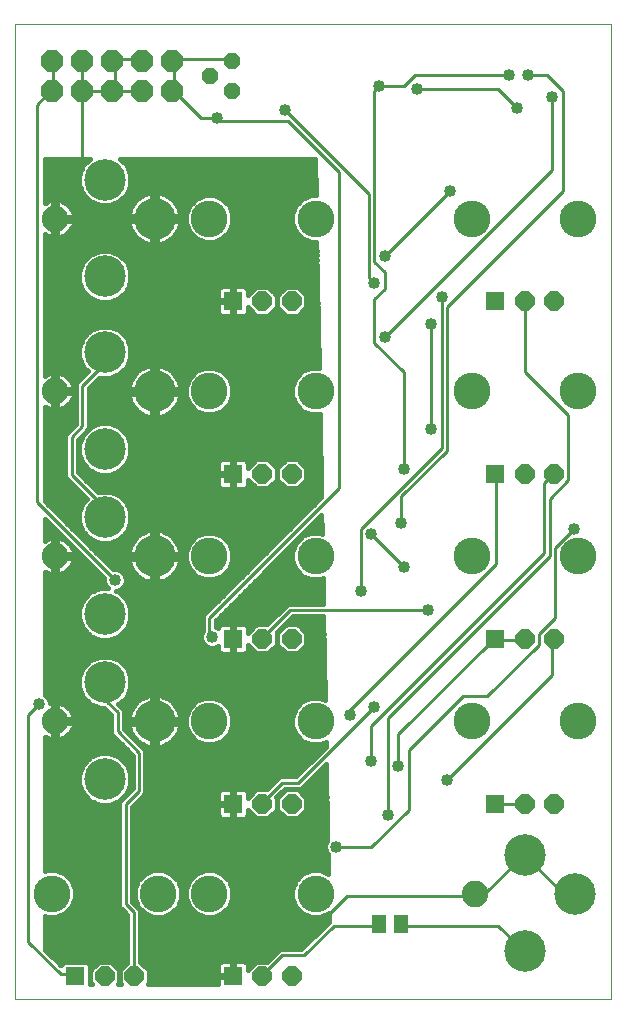
<source format=gtl>
G75*
%MOIN*%
%OFA0B0*%
%FSLAX25Y25*%
%IPPOS*%
%LPD*%
%AMOC8*
5,1,8,0,0,1.08239X$1,22.5*
%
%ADD10C,0.00000*%
%ADD11OC8,0.05200*%
%ADD12C,0.13843*%
%ADD13C,0.08858*%
%ADD14OC8,0.07400*%
%ADD15R,0.06496X0.06496*%
%ADD16OC8,0.06496*%
%ADD17C,0.12268*%
%ADD18R,0.05118X0.05906*%
%ADD19C,0.01600*%
%ADD20C,0.01000*%
%ADD21C,0.04000*%
D10*
X0003000Y0001000D02*
X0003000Y0325961D01*
X0201701Y0325961D01*
X0201701Y0001000D01*
X0003000Y0001000D01*
D11*
X0075500Y0303500D03*
X0075500Y0313500D03*
X0068000Y0308500D03*
D12*
X0049535Y0261000D03*
X0033000Y0273992D03*
X0033000Y0241709D03*
X0033000Y0216492D03*
X0049535Y0203500D03*
X0033000Y0184209D03*
X0033000Y0161492D03*
X0049535Y0148500D03*
X0033000Y0129209D03*
X0033000Y0106492D03*
X0049535Y0093500D03*
X0033000Y0074209D03*
X0173000Y0048992D03*
X0189535Y0036000D03*
X0173000Y0016709D03*
D13*
X0156465Y0036000D03*
X0016465Y0093500D03*
X0016465Y0148500D03*
X0016465Y0203500D03*
X0016465Y0261000D03*
D14*
X0015500Y0303500D03*
X0015500Y0313500D03*
X0025500Y0313500D03*
X0025500Y0303500D03*
X0035500Y0303500D03*
X0035500Y0313500D03*
X0045500Y0313500D03*
X0045500Y0303500D03*
X0055500Y0303500D03*
X0055500Y0313500D03*
D15*
X0075657Y0233441D03*
X0075657Y0175941D03*
X0075657Y0120941D03*
X0075657Y0065941D03*
X0075657Y0008441D03*
X0023157Y0008441D03*
X0163157Y0065941D03*
X0163157Y0120941D03*
X0163157Y0175941D03*
X0163157Y0233441D03*
D16*
X0173000Y0233441D03*
X0182843Y0233441D03*
X0182843Y0175941D03*
X0173000Y0175941D03*
X0173000Y0120941D03*
X0182843Y0120941D03*
X0182843Y0065941D03*
X0173000Y0065941D03*
X0095343Y0065941D03*
X0085500Y0065941D03*
X0085500Y0120941D03*
X0095343Y0120941D03*
X0095343Y0175941D03*
X0085500Y0175941D03*
X0085500Y0233441D03*
X0095343Y0233441D03*
X0095343Y0008441D03*
X0085500Y0008441D03*
X0042843Y0008441D03*
X0033000Y0008441D03*
D17*
X0015283Y0036000D03*
X0050717Y0036000D03*
X0067783Y0036000D03*
X0103217Y0036000D03*
X0103217Y0093500D03*
X0103217Y0148500D03*
X0103217Y0203500D03*
X0103217Y0261000D03*
X0067783Y0261000D03*
X0067783Y0203500D03*
X0067783Y0148500D03*
X0067783Y0093500D03*
X0155283Y0093500D03*
X0155283Y0148500D03*
X0155283Y0203500D03*
X0155283Y0261000D03*
X0190717Y0261000D03*
X0190717Y0203500D03*
X0190717Y0148500D03*
X0190717Y0093500D03*
D18*
X0131740Y0026000D03*
X0124260Y0026000D03*
D19*
X0107624Y0026694D02*
X0098430Y0017500D01*
X0091230Y0017500D01*
X0087019Y0013289D01*
X0083492Y0013289D01*
X0080705Y0010503D01*
X0080705Y0011926D01*
X0080583Y0012384D01*
X0080346Y0012794D01*
X0080011Y0013129D01*
X0079600Y0013366D01*
X0079142Y0013489D01*
X0075940Y0013489D01*
X0075940Y0008724D01*
X0075375Y0008724D01*
X0075375Y0013489D01*
X0072172Y0013489D01*
X0071715Y0013366D01*
X0071304Y0013129D01*
X0070969Y0012794D01*
X0070732Y0012384D01*
X0070609Y0011926D01*
X0070609Y0008724D01*
X0075375Y0008724D01*
X0075375Y0008158D01*
X0070609Y0008158D01*
X0070609Y0006000D01*
X0047258Y0006000D01*
X0047691Y0006433D01*
X0047691Y0010449D01*
X0044851Y0013289D01*
X0044700Y0013289D01*
X0044700Y0030670D01*
X0042000Y0033370D01*
X0042000Y0064930D01*
X0045270Y0068200D01*
X0046500Y0069430D01*
X0046500Y0083770D01*
X0039300Y0090970D01*
X0039300Y0097270D01*
X0037456Y0099114D01*
X0037827Y0099268D01*
X0040224Y0101665D01*
X0041521Y0104797D01*
X0041521Y0108187D01*
X0040224Y0111319D01*
X0037827Y0113716D01*
X0034695Y0115013D01*
X0031305Y0115013D01*
X0028173Y0113716D01*
X0025776Y0111319D01*
X0024479Y0108187D01*
X0024479Y0104797D01*
X0025776Y0101665D01*
X0028173Y0099268D01*
X0031305Y0097971D01*
X0032659Y0097971D01*
X0032730Y0097900D01*
X0035100Y0095530D01*
X0035100Y0089230D01*
X0036330Y0088000D01*
X0042300Y0082030D01*
X0042300Y0071170D01*
X0037800Y0066670D01*
X0037800Y0031630D01*
X0039030Y0030400D01*
X0040500Y0028930D01*
X0040500Y0012955D01*
X0037994Y0010449D01*
X0037994Y0006433D01*
X0038427Y0006000D01*
X0037415Y0006000D01*
X0037848Y0006433D01*
X0037848Y0010449D01*
X0035008Y0013289D01*
X0030992Y0013289D01*
X0028152Y0010449D01*
X0028152Y0006433D01*
X0028585Y0006000D01*
X0028005Y0006000D01*
X0028005Y0012352D01*
X0027068Y0013289D01*
X0019247Y0013289D01*
X0018309Y0012352D01*
X0018309Y0012060D01*
X0013000Y0017370D01*
X0013000Y0028575D01*
X0013745Y0028266D01*
X0016822Y0028266D01*
X0019664Y0029444D01*
X0021840Y0031619D01*
X0023017Y0034462D01*
X0023017Y0037538D01*
X0021840Y0040381D01*
X0019664Y0042556D01*
X0016822Y0043734D01*
X0013745Y0043734D01*
X0013000Y0043425D01*
X0013000Y0088318D01*
X0013200Y0088172D01*
X0014073Y0087727D01*
X0015006Y0087424D01*
X0015788Y0087300D01*
X0015788Y0092824D01*
X0017141Y0092824D01*
X0017141Y0094176D01*
X0022664Y0094176D01*
X0022540Y0094959D01*
X0022237Y0095891D01*
X0021792Y0096765D01*
X0021216Y0097558D01*
X0020523Y0098251D01*
X0019729Y0098828D01*
X0018856Y0099273D01*
X0017923Y0099576D01*
X0017141Y0099700D01*
X0017141Y0094176D01*
X0015788Y0094176D01*
X0015788Y0099700D01*
X0015006Y0099576D01*
X0014700Y0099476D01*
X0014700Y0099816D01*
X0014152Y0101139D01*
X0013139Y0102152D01*
X0013000Y0102210D01*
X0013000Y0143318D01*
X0013200Y0143172D01*
X0014073Y0142727D01*
X0015006Y0142424D01*
X0015788Y0142300D01*
X0015788Y0147824D01*
X0017141Y0147824D01*
X0017141Y0149176D01*
X0022664Y0149176D01*
X0022540Y0149959D01*
X0022237Y0150891D01*
X0021792Y0151765D01*
X0021216Y0152558D01*
X0020523Y0153251D01*
X0019729Y0153828D01*
X0018856Y0154273D01*
X0017923Y0154576D01*
X0017141Y0154700D01*
X0017141Y0149176D01*
X0015788Y0149176D01*
X0015788Y0154700D01*
X0015006Y0154576D01*
X0014073Y0154273D01*
X0013200Y0153828D01*
X0013000Y0153682D01*
X0013000Y0160830D01*
X0032700Y0141130D01*
X0032700Y0139784D01*
X0033248Y0138461D01*
X0033979Y0137730D01*
X0031305Y0137730D01*
X0028173Y0136433D01*
X0025776Y0134036D01*
X0024479Y0130904D01*
X0024479Y0127514D01*
X0025776Y0124382D01*
X0028173Y0121985D01*
X0031305Y0120687D01*
X0034695Y0120687D01*
X0037827Y0121985D01*
X0040224Y0124382D01*
X0041521Y0127514D01*
X0041521Y0130904D01*
X0040224Y0134036D01*
X0037827Y0136433D01*
X0036699Y0136900D01*
X0037016Y0136900D01*
X0038339Y0137448D01*
X0039352Y0138461D01*
X0039900Y0139784D01*
X0039900Y0141216D01*
X0039352Y0142539D01*
X0038339Y0143552D01*
X0037016Y0144100D01*
X0035670Y0144100D01*
X0013000Y0166770D01*
X0013000Y0198318D01*
X0013200Y0198172D01*
X0014073Y0197727D01*
X0015006Y0197424D01*
X0015788Y0197300D01*
X0015788Y0202824D01*
X0017141Y0202824D01*
X0017141Y0204176D01*
X0022664Y0204176D01*
X0022540Y0204959D01*
X0022237Y0205891D01*
X0021792Y0206765D01*
X0021216Y0207558D01*
X0020523Y0208251D01*
X0019729Y0208828D01*
X0018856Y0209273D01*
X0017923Y0209576D01*
X0017141Y0209700D01*
X0017141Y0204176D01*
X0015788Y0204176D01*
X0015788Y0209700D01*
X0015006Y0209576D01*
X0014073Y0209273D01*
X0013200Y0208828D01*
X0013000Y0208682D01*
X0013000Y0255818D01*
X0013200Y0255672D01*
X0014073Y0255227D01*
X0015006Y0254924D01*
X0015788Y0254800D01*
X0015788Y0260324D01*
X0017141Y0260324D01*
X0017141Y0261676D01*
X0022664Y0261676D01*
X0022540Y0262459D01*
X0022237Y0263391D01*
X0021792Y0264265D01*
X0021216Y0265058D01*
X0020523Y0265751D01*
X0019729Y0266328D01*
X0018856Y0266773D01*
X0017923Y0267076D01*
X0017141Y0267200D01*
X0017141Y0261676D01*
X0015788Y0261676D01*
X0015788Y0267200D01*
X0015006Y0267076D01*
X0014073Y0266773D01*
X0013200Y0266328D01*
X0013000Y0266182D01*
X0013000Y0281000D01*
X0027957Y0281000D01*
X0025776Y0278819D01*
X0024479Y0275687D01*
X0024479Y0272297D01*
X0025776Y0269165D01*
X0028173Y0266768D01*
X0031305Y0265471D01*
X0034695Y0265471D01*
X0037827Y0266768D01*
X0040224Y0269165D01*
X0041521Y0272297D01*
X0041521Y0275687D01*
X0040224Y0278819D01*
X0038043Y0281000D01*
X0103000Y0281000D01*
X0103223Y0268734D01*
X0101678Y0268734D01*
X0098836Y0267556D01*
X0096660Y0265381D01*
X0095483Y0262538D01*
X0095483Y0259462D01*
X0096660Y0256619D01*
X0098836Y0254444D01*
X0101678Y0253266D01*
X0103504Y0253266D01*
X0104268Y0211234D01*
X0101678Y0211234D01*
X0098836Y0210056D01*
X0096660Y0207881D01*
X0095483Y0205038D01*
X0095483Y0201962D01*
X0096660Y0199119D01*
X0098836Y0196944D01*
X0101678Y0195766D01*
X0104550Y0195766D01*
X0105052Y0168122D01*
X0065700Y0128770D01*
X0065700Y0123691D01*
X0065648Y0123639D01*
X0065100Y0122316D01*
X0065100Y0120884D01*
X0065648Y0119561D01*
X0066661Y0118548D01*
X0067984Y0118000D01*
X0069416Y0118000D01*
X0070609Y0118494D01*
X0070609Y0117456D01*
X0070732Y0116998D01*
X0070969Y0116588D01*
X0071304Y0116253D01*
X0071715Y0116016D01*
X0072172Y0115893D01*
X0075375Y0115893D01*
X0075375Y0120658D01*
X0075940Y0120658D01*
X0075940Y0115893D01*
X0079142Y0115893D01*
X0079600Y0116016D01*
X0080011Y0116253D01*
X0080346Y0116588D01*
X0080583Y0116998D01*
X0080705Y0117456D01*
X0080705Y0118879D01*
X0083492Y0116093D01*
X0087508Y0116093D01*
X0090348Y0118933D01*
X0090348Y0122949D01*
X0090233Y0123064D01*
X0095670Y0128500D01*
X0105773Y0128500D01*
X0106280Y0100602D01*
X0104755Y0101234D01*
X0101678Y0101234D01*
X0098836Y0100056D01*
X0096660Y0097881D01*
X0095483Y0095038D01*
X0095483Y0091962D01*
X0096660Y0089119D01*
X0098836Y0086944D01*
X0101678Y0085766D01*
X0104755Y0085766D01*
X0106536Y0086504D01*
X0106563Y0085033D01*
X0096630Y0075100D01*
X0091230Y0075100D01*
X0086919Y0070789D01*
X0083492Y0070789D01*
X0080705Y0068003D01*
X0080705Y0069426D01*
X0080583Y0069884D01*
X0080346Y0070294D01*
X0080011Y0070629D01*
X0079600Y0070866D01*
X0079142Y0070989D01*
X0075940Y0070989D01*
X0075940Y0066224D01*
X0075375Y0066224D01*
X0075375Y0070989D01*
X0072172Y0070989D01*
X0071715Y0070866D01*
X0071304Y0070629D01*
X0070969Y0070294D01*
X0070732Y0069884D01*
X0070609Y0069426D01*
X0070609Y0066224D01*
X0075375Y0066224D01*
X0075375Y0065658D01*
X0075940Y0065658D01*
X0075940Y0060893D01*
X0079142Y0060893D01*
X0079600Y0061016D01*
X0080011Y0061253D01*
X0080346Y0061588D01*
X0080583Y0061998D01*
X0080705Y0062456D01*
X0080705Y0063879D01*
X0083492Y0061093D01*
X0087508Y0061093D01*
X0090348Y0063933D01*
X0090348Y0067949D01*
X0090183Y0068114D01*
X0092970Y0070900D01*
X0098370Y0070900D01*
X0099600Y0072130D01*
X0106669Y0079199D01*
X0107136Y0053527D01*
X0107048Y0053439D01*
X0106500Y0052116D01*
X0106500Y0050684D01*
X0107048Y0049361D01*
X0107215Y0049194D01*
X0107333Y0042666D01*
X0104755Y0043734D01*
X0101678Y0043734D01*
X0098836Y0042556D01*
X0096660Y0040381D01*
X0095483Y0037538D01*
X0095483Y0034462D01*
X0096660Y0031619D01*
X0098836Y0029444D01*
X0101678Y0028266D01*
X0104755Y0028266D01*
X0107574Y0029434D01*
X0107624Y0026694D01*
X0107506Y0026576D02*
X0044700Y0026576D01*
X0044700Y0024978D02*
X0105908Y0024978D01*
X0104309Y0023379D02*
X0044700Y0023379D01*
X0044700Y0021781D02*
X0102711Y0021781D01*
X0101112Y0020182D02*
X0044700Y0020182D01*
X0044700Y0018584D02*
X0099514Y0018584D01*
X0098506Y0029773D02*
X0072494Y0029773D01*
X0072164Y0029444D02*
X0074340Y0031619D01*
X0075517Y0034462D01*
X0075517Y0037538D01*
X0074340Y0040381D01*
X0072164Y0042556D01*
X0069322Y0043734D01*
X0066245Y0043734D01*
X0063403Y0042556D01*
X0061227Y0040381D01*
X0060050Y0037538D01*
X0060050Y0034462D01*
X0061227Y0031619D01*
X0063403Y0029444D01*
X0066245Y0028266D01*
X0069322Y0028266D01*
X0072164Y0029444D01*
X0074092Y0031372D02*
X0096907Y0031372D01*
X0096100Y0032970D02*
X0074900Y0032970D01*
X0075517Y0034569D02*
X0095483Y0034569D01*
X0095483Y0036167D02*
X0075517Y0036167D01*
X0075423Y0037766D02*
X0095577Y0037766D01*
X0096239Y0039364D02*
X0074761Y0039364D01*
X0073758Y0040963D02*
X0097242Y0040963D01*
X0098847Y0042561D02*
X0072153Y0042561D01*
X0063414Y0042561D02*
X0055086Y0042561D01*
X0055097Y0042556D02*
X0052255Y0043734D01*
X0049178Y0043734D01*
X0046336Y0042556D01*
X0044160Y0040381D01*
X0042983Y0037538D01*
X0042983Y0034462D01*
X0044160Y0031619D01*
X0046336Y0029444D01*
X0049178Y0028266D01*
X0052255Y0028266D01*
X0055097Y0029444D01*
X0057273Y0031619D01*
X0058450Y0034462D01*
X0058450Y0037538D01*
X0057273Y0040381D01*
X0055097Y0042556D01*
X0056691Y0040963D02*
X0061809Y0040963D01*
X0060806Y0039364D02*
X0057694Y0039364D01*
X0058356Y0037766D02*
X0060144Y0037766D01*
X0060050Y0036167D02*
X0058450Y0036167D01*
X0058450Y0034569D02*
X0060050Y0034569D01*
X0060667Y0032970D02*
X0057833Y0032970D01*
X0057026Y0031372D02*
X0061474Y0031372D01*
X0063073Y0029773D02*
X0055427Y0029773D01*
X0046006Y0029773D02*
X0044700Y0029773D01*
X0044700Y0028175D02*
X0107597Y0028175D01*
X0107306Y0044160D02*
X0042000Y0044160D01*
X0042000Y0045758D02*
X0107277Y0045758D01*
X0107248Y0047357D02*
X0042000Y0047357D01*
X0042000Y0048955D02*
X0107219Y0048955D01*
X0106554Y0050554D02*
X0042000Y0050554D01*
X0042000Y0052152D02*
X0106515Y0052152D01*
X0107132Y0053751D02*
X0042000Y0053751D01*
X0042000Y0055349D02*
X0107103Y0055349D01*
X0107074Y0056948D02*
X0042000Y0056948D01*
X0042000Y0058546D02*
X0107045Y0058546D01*
X0107016Y0060145D02*
X0042000Y0060145D01*
X0042000Y0061743D02*
X0070879Y0061743D01*
X0070969Y0061588D02*
X0070732Y0061998D01*
X0070609Y0062456D01*
X0070609Y0065658D01*
X0075375Y0065658D01*
X0075375Y0060893D01*
X0072172Y0060893D01*
X0071715Y0061016D01*
X0071304Y0061253D01*
X0070969Y0061588D01*
X0070609Y0063342D02*
X0042000Y0063342D01*
X0042010Y0064940D02*
X0070609Y0064940D01*
X0070609Y0066539D02*
X0043609Y0066539D01*
X0045207Y0068137D02*
X0070609Y0068137D01*
X0070693Y0069736D02*
X0046500Y0069736D01*
X0046500Y0071334D02*
X0087465Y0071334D01*
X0089063Y0072933D02*
X0046500Y0072933D01*
X0046500Y0074532D02*
X0090662Y0074532D01*
X0091806Y0069736D02*
X0092281Y0069736D01*
X0093334Y0070789D02*
X0090494Y0067949D01*
X0090494Y0063933D01*
X0093334Y0061093D01*
X0097351Y0061093D01*
X0100191Y0063933D01*
X0100191Y0067949D01*
X0097351Y0070789D01*
X0093334Y0070789D01*
X0090683Y0068137D02*
X0090207Y0068137D01*
X0090348Y0066539D02*
X0090494Y0066539D01*
X0090494Y0064940D02*
X0090348Y0064940D01*
X0089757Y0063342D02*
X0091085Y0063342D01*
X0092684Y0061743D02*
X0088159Y0061743D01*
X0082841Y0061743D02*
X0080436Y0061743D01*
X0080705Y0063342D02*
X0081243Y0063342D01*
X0080840Y0068137D02*
X0080705Y0068137D01*
X0080622Y0069736D02*
X0082439Y0069736D01*
X0075940Y0069736D02*
X0075375Y0069736D01*
X0075375Y0068137D02*
X0075940Y0068137D01*
X0075940Y0066539D02*
X0075375Y0066539D01*
X0075375Y0064940D02*
X0075940Y0064940D01*
X0075940Y0063342D02*
X0075375Y0063342D01*
X0075375Y0061743D02*
X0075940Y0061743D01*
X0069322Y0085766D02*
X0066245Y0085766D01*
X0063403Y0086944D01*
X0061227Y0089119D01*
X0060050Y0091962D01*
X0060050Y0095038D01*
X0061227Y0097881D01*
X0063403Y0100056D01*
X0066245Y0101234D01*
X0069322Y0101234D01*
X0072164Y0100056D01*
X0074340Y0097881D01*
X0075517Y0095038D01*
X0075517Y0091962D01*
X0074340Y0089119D01*
X0072164Y0086944D01*
X0069322Y0085766D01*
X0072540Y0087320D02*
X0098460Y0087320D01*
X0096861Y0088918D02*
X0074139Y0088918D01*
X0074919Y0090517D02*
X0096081Y0090517D01*
X0095483Y0092115D02*
X0075517Y0092115D01*
X0075517Y0093714D02*
X0095483Y0093714D01*
X0095596Y0095312D02*
X0075404Y0095312D01*
X0074742Y0096911D02*
X0096258Y0096911D01*
X0097288Y0098509D02*
X0073712Y0098509D01*
X0072041Y0100108D02*
X0098959Y0100108D01*
X0106260Y0101706D02*
X0052514Y0101706D01*
X0052345Y0101776D02*
X0051241Y0102072D01*
X0050335Y0102191D01*
X0050335Y0094300D01*
X0048735Y0094300D01*
X0048735Y0092700D01*
X0040844Y0092700D01*
X0040963Y0091795D01*
X0041259Y0090691D01*
X0041697Y0089634D01*
X0042268Y0088644D01*
X0042964Y0087737D01*
X0043773Y0086929D01*
X0044680Y0086233D01*
X0045670Y0085661D01*
X0046726Y0085224D01*
X0047830Y0084928D01*
X0048735Y0084809D01*
X0048735Y0092700D01*
X0050335Y0092700D01*
X0050335Y0084809D01*
X0051241Y0084928D01*
X0052345Y0085224D01*
X0053401Y0085661D01*
X0054391Y0086233D01*
X0055298Y0086929D01*
X0056106Y0087737D01*
X0056802Y0088644D01*
X0057374Y0089634D01*
X0057812Y0090691D01*
X0058107Y0091795D01*
X0058227Y0092700D01*
X0050335Y0092700D01*
X0050335Y0094300D01*
X0058227Y0094300D01*
X0058107Y0095205D01*
X0057812Y0096309D01*
X0057374Y0097366D01*
X0056802Y0098356D01*
X0056106Y0099263D01*
X0055298Y0100071D01*
X0054391Y0100767D01*
X0053401Y0101339D01*
X0052345Y0101776D01*
X0050335Y0101706D02*
X0048735Y0101706D01*
X0048735Y0102191D02*
X0047830Y0102072D01*
X0046726Y0101776D01*
X0045670Y0101339D01*
X0044680Y0100767D01*
X0043773Y0100071D01*
X0042964Y0099263D01*
X0042268Y0098356D01*
X0041697Y0097366D01*
X0041259Y0096309D01*
X0040963Y0095205D01*
X0040844Y0094300D01*
X0048735Y0094300D01*
X0048735Y0102191D01*
X0048735Y0100108D02*
X0050335Y0100108D01*
X0050335Y0098509D02*
X0048735Y0098509D01*
X0048735Y0096911D02*
X0050335Y0096911D01*
X0050335Y0095312D02*
X0048735Y0095312D01*
X0048735Y0093714D02*
X0039300Y0093714D01*
X0039300Y0095312D02*
X0040992Y0095312D01*
X0041508Y0096911D02*
X0039300Y0096911D01*
X0038061Y0098509D02*
X0042386Y0098509D01*
X0043821Y0100108D02*
X0038666Y0100108D01*
X0040241Y0101706D02*
X0046557Y0101706D01*
X0040903Y0103305D02*
X0106231Y0103305D01*
X0106202Y0104903D02*
X0041521Y0104903D01*
X0041521Y0106502D02*
X0106173Y0106502D01*
X0106144Y0108100D02*
X0041521Y0108100D01*
X0040895Y0109699D02*
X0106115Y0109699D01*
X0106085Y0111297D02*
X0040233Y0111297D01*
X0038647Y0112896D02*
X0106056Y0112896D01*
X0106027Y0114494D02*
X0035948Y0114494D01*
X0035180Y0120888D02*
X0065100Y0120888D01*
X0065171Y0122487D02*
X0038329Y0122487D01*
X0039928Y0124085D02*
X0065700Y0124085D01*
X0065700Y0125684D02*
X0040763Y0125684D01*
X0041425Y0127282D02*
X0065700Y0127282D01*
X0065811Y0128881D02*
X0041521Y0128881D01*
X0041521Y0130479D02*
X0067410Y0130479D01*
X0069008Y0132078D02*
X0041035Y0132078D01*
X0040373Y0133676D02*
X0070607Y0133676D01*
X0072205Y0135275D02*
X0038985Y0135275D01*
X0036763Y0136873D02*
X0073804Y0136873D01*
X0075402Y0138472D02*
X0039357Y0138472D01*
X0039900Y0140070D02*
X0047298Y0140070D01*
X0047830Y0139928D02*
X0046726Y0140224D01*
X0045670Y0140661D01*
X0044680Y0141233D01*
X0043773Y0141929D01*
X0042964Y0142737D01*
X0042268Y0143644D01*
X0041697Y0144634D01*
X0041259Y0145691D01*
X0040963Y0146795D01*
X0040844Y0147700D01*
X0048735Y0147700D01*
X0048735Y0149300D01*
X0040844Y0149300D01*
X0040963Y0150205D01*
X0041259Y0151309D01*
X0041697Y0152366D01*
X0042268Y0153356D01*
X0042964Y0154263D01*
X0043773Y0155071D01*
X0044680Y0155767D01*
X0045670Y0156339D01*
X0046726Y0156776D01*
X0047830Y0157072D01*
X0048735Y0157191D01*
X0048735Y0149300D01*
X0050335Y0149300D01*
X0050335Y0157191D01*
X0051241Y0157072D01*
X0052345Y0156776D01*
X0053401Y0156339D01*
X0054391Y0155767D01*
X0055298Y0155071D01*
X0056106Y0154263D01*
X0056802Y0153356D01*
X0057374Y0152366D01*
X0057812Y0151309D01*
X0058107Y0150205D01*
X0058227Y0149300D01*
X0050335Y0149300D01*
X0050335Y0147700D01*
X0050335Y0139809D01*
X0051241Y0139928D01*
X0052345Y0140224D01*
X0053401Y0140661D01*
X0054391Y0141233D01*
X0055298Y0141929D01*
X0056106Y0142737D01*
X0056802Y0143644D01*
X0057374Y0144634D01*
X0057812Y0145691D01*
X0058107Y0146795D01*
X0058227Y0147700D01*
X0050335Y0147700D01*
X0048735Y0147700D01*
X0048735Y0139809D01*
X0047830Y0139928D01*
X0048735Y0140070D02*
X0050335Y0140070D01*
X0051772Y0140070D02*
X0077001Y0140070D01*
X0078599Y0141669D02*
X0071501Y0141669D01*
X0072164Y0141944D02*
X0074340Y0144119D01*
X0075517Y0146962D01*
X0075517Y0150038D01*
X0074340Y0152881D01*
X0072164Y0155056D01*
X0069322Y0156234D01*
X0066245Y0156234D01*
X0063403Y0155056D01*
X0061227Y0152881D01*
X0060050Y0150038D01*
X0060050Y0146962D01*
X0061227Y0144119D01*
X0063403Y0141944D01*
X0066245Y0140766D01*
X0069322Y0140766D01*
X0072164Y0141944D01*
X0073488Y0143268D02*
X0080198Y0143268D01*
X0081796Y0144866D02*
X0074649Y0144866D01*
X0075311Y0146465D02*
X0083395Y0146465D01*
X0084993Y0148063D02*
X0075517Y0148063D01*
X0075517Y0149662D02*
X0086592Y0149662D01*
X0088190Y0151260D02*
X0075011Y0151260D01*
X0074349Y0152859D02*
X0089789Y0152859D01*
X0091387Y0154457D02*
X0072764Y0154457D01*
X0069752Y0156056D02*
X0092986Y0156056D01*
X0094584Y0157654D02*
X0040634Y0157654D01*
X0040224Y0156665D02*
X0041521Y0159797D01*
X0041521Y0163187D01*
X0040224Y0166319D01*
X0037827Y0168716D01*
X0034695Y0170013D01*
X0031305Y0170013D01*
X0030705Y0169765D01*
X0024000Y0176470D01*
X0024000Y0187330D01*
X0027600Y0190930D01*
X0027600Y0204430D01*
X0031189Y0208019D01*
X0031305Y0207971D01*
X0034695Y0207971D01*
X0037827Y0209268D01*
X0040224Y0211665D01*
X0041521Y0214797D01*
X0041521Y0218187D01*
X0040224Y0221319D01*
X0037827Y0223716D01*
X0034695Y0225013D01*
X0031305Y0225013D01*
X0028173Y0223716D01*
X0025776Y0221319D01*
X0024479Y0218187D01*
X0024479Y0214797D01*
X0025776Y0211665D01*
X0027336Y0210106D01*
X0024630Y0207400D01*
X0023400Y0206170D01*
X0023400Y0192670D01*
X0021030Y0190300D01*
X0019800Y0189070D01*
X0019800Y0174730D01*
X0026994Y0167537D01*
X0025776Y0166319D01*
X0024479Y0163187D01*
X0024479Y0159797D01*
X0025776Y0156665D01*
X0028173Y0154268D01*
X0031305Y0152971D01*
X0034695Y0152971D01*
X0037827Y0154268D01*
X0040224Y0156665D01*
X0039614Y0156056D02*
X0045180Y0156056D01*
X0043159Y0154457D02*
X0038016Y0154457D01*
X0041981Y0152859D02*
X0026911Y0152859D01*
X0027984Y0154457D02*
X0025313Y0154457D01*
X0026386Y0156056D02*
X0023714Y0156056D01*
X0022116Y0157654D02*
X0025366Y0157654D01*
X0024704Y0159253D02*
X0020517Y0159253D01*
X0018919Y0160851D02*
X0024479Y0160851D01*
X0024479Y0162450D02*
X0017320Y0162450D01*
X0015722Y0164048D02*
X0024835Y0164048D01*
X0025498Y0165647D02*
X0014123Y0165647D01*
X0013000Y0167245D02*
X0026702Y0167245D01*
X0025686Y0168844D02*
X0013000Y0168844D01*
X0013000Y0170442D02*
X0024088Y0170442D01*
X0022489Y0172041D02*
X0013000Y0172041D01*
X0013000Y0173639D02*
X0020891Y0173639D01*
X0019800Y0175238D02*
X0013000Y0175238D01*
X0013000Y0176836D02*
X0019800Y0176836D01*
X0019800Y0178435D02*
X0013000Y0178435D01*
X0013000Y0180033D02*
X0019800Y0180033D01*
X0019800Y0181632D02*
X0013000Y0181632D01*
X0013000Y0183230D02*
X0019800Y0183230D01*
X0019800Y0184829D02*
X0013000Y0184829D01*
X0013000Y0186427D02*
X0019800Y0186427D01*
X0019800Y0188026D02*
X0013000Y0188026D01*
X0013000Y0189624D02*
X0020354Y0189624D01*
X0021953Y0191223D02*
X0013000Y0191223D01*
X0013000Y0192821D02*
X0023400Y0192821D01*
X0023400Y0194420D02*
X0013000Y0194420D01*
X0013000Y0196018D02*
X0023400Y0196018D01*
X0023400Y0197617D02*
X0018516Y0197617D01*
X0018856Y0197727D02*
X0019729Y0198172D01*
X0020523Y0198749D01*
X0021216Y0199442D01*
X0021792Y0200235D01*
X0022237Y0201109D01*
X0022540Y0202041D01*
X0022664Y0202824D01*
X0017141Y0202824D01*
X0017141Y0197300D01*
X0017923Y0197424D01*
X0018856Y0197727D01*
X0017141Y0197617D02*
X0015788Y0197617D01*
X0014413Y0197617D02*
X0013000Y0197617D01*
X0015788Y0199215D02*
X0017141Y0199215D01*
X0017141Y0200814D02*
X0015788Y0200814D01*
X0015788Y0202412D02*
X0017141Y0202412D01*
X0017141Y0204011D02*
X0023400Y0204011D01*
X0023400Y0205609D02*
X0022329Y0205609D01*
X0021470Y0207208D02*
X0024438Y0207208D01*
X0026037Y0208806D02*
X0019758Y0208806D01*
X0017141Y0208806D02*
X0015788Y0208806D01*
X0015788Y0207208D02*
X0017141Y0207208D01*
X0017141Y0205609D02*
X0015788Y0205609D01*
X0013171Y0208806D02*
X0013000Y0208806D01*
X0013000Y0210405D02*
X0027036Y0210405D01*
X0025636Y0212003D02*
X0013000Y0212003D01*
X0013000Y0213602D02*
X0024974Y0213602D01*
X0024479Y0215201D02*
X0013000Y0215201D01*
X0013000Y0216799D02*
X0024479Y0216799D01*
X0024566Y0218398D02*
X0013000Y0218398D01*
X0013000Y0219996D02*
X0025228Y0219996D01*
X0026052Y0221595D02*
X0013000Y0221595D01*
X0013000Y0223193D02*
X0027650Y0223193D01*
X0030770Y0224792D02*
X0013000Y0224792D01*
X0013000Y0226390D02*
X0103993Y0226390D01*
X0104022Y0224792D02*
X0035230Y0224792D01*
X0038350Y0223193D02*
X0104051Y0223193D01*
X0104080Y0221595D02*
X0039948Y0221595D01*
X0040772Y0219996D02*
X0104109Y0219996D01*
X0104138Y0218398D02*
X0041434Y0218398D01*
X0041521Y0216799D02*
X0104167Y0216799D01*
X0104196Y0215201D02*
X0041521Y0215201D01*
X0041026Y0213602D02*
X0104225Y0213602D01*
X0104254Y0212003D02*
X0051496Y0212003D01*
X0051241Y0212072D02*
X0050335Y0212191D01*
X0050335Y0204300D01*
X0048735Y0204300D01*
X0048735Y0202700D01*
X0040844Y0202700D01*
X0040963Y0201795D01*
X0041259Y0200691D01*
X0041697Y0199634D01*
X0042268Y0198644D01*
X0042964Y0197737D01*
X0043773Y0196929D01*
X0044680Y0196233D01*
X0045670Y0195661D01*
X0046726Y0195224D01*
X0047830Y0194928D01*
X0048735Y0194809D01*
X0048735Y0202700D01*
X0050335Y0202700D01*
X0050335Y0194809D01*
X0051241Y0194928D01*
X0052345Y0195224D01*
X0053401Y0195661D01*
X0054391Y0196233D01*
X0055298Y0196929D01*
X0056106Y0197737D01*
X0056802Y0198644D01*
X0057374Y0199634D01*
X0057812Y0200691D01*
X0058107Y0201795D01*
X0058227Y0202700D01*
X0050335Y0202700D01*
X0050335Y0204300D01*
X0058227Y0204300D01*
X0058107Y0205205D01*
X0057812Y0206309D01*
X0057374Y0207366D01*
X0056802Y0208356D01*
X0056106Y0209263D01*
X0055298Y0210071D01*
X0054391Y0210767D01*
X0053401Y0211339D01*
X0052345Y0211776D01*
X0051241Y0212072D01*
X0050335Y0212003D02*
X0048735Y0212003D01*
X0048735Y0212191D02*
X0047830Y0212072D01*
X0046726Y0211776D01*
X0045670Y0211339D01*
X0044680Y0210767D01*
X0043773Y0210071D01*
X0042964Y0209263D01*
X0042268Y0208356D01*
X0041697Y0207366D01*
X0041259Y0206309D01*
X0040963Y0205205D01*
X0040844Y0204300D01*
X0048735Y0204300D01*
X0048735Y0212191D01*
X0047575Y0212003D02*
X0040364Y0212003D01*
X0038964Y0210405D02*
X0044208Y0210405D01*
X0042614Y0208806D02*
X0036712Y0208806D01*
X0041632Y0207208D02*
X0030378Y0207208D01*
X0028779Y0205609D02*
X0041072Y0205609D01*
X0040882Y0202412D02*
X0027600Y0202412D01*
X0027600Y0200814D02*
X0041226Y0200814D01*
X0041939Y0199215D02*
X0027600Y0199215D01*
X0027600Y0197617D02*
X0043085Y0197617D01*
X0045051Y0196018D02*
X0027600Y0196018D01*
X0027600Y0194420D02*
X0104574Y0194420D01*
X0104603Y0192821D02*
X0027600Y0192821D01*
X0028173Y0191433D02*
X0025776Y0189036D01*
X0024479Y0185904D01*
X0024479Y0182514D01*
X0025776Y0179382D01*
X0028173Y0176985D01*
X0031305Y0175687D01*
X0034695Y0175687D01*
X0037827Y0176985D01*
X0040224Y0179382D01*
X0041521Y0182514D01*
X0041521Y0185904D01*
X0040224Y0189036D01*
X0037827Y0191433D01*
X0034695Y0192730D01*
X0031305Y0192730D01*
X0028173Y0191433D01*
X0027963Y0191223D02*
X0027600Y0191223D01*
X0026365Y0189624D02*
X0026294Y0189624D01*
X0025358Y0188026D02*
X0024696Y0188026D01*
X0024696Y0186427D02*
X0024000Y0186427D01*
X0024000Y0184829D02*
X0024479Y0184829D01*
X0024479Y0183230D02*
X0024000Y0183230D01*
X0024000Y0181632D02*
X0024844Y0181632D01*
X0025506Y0180033D02*
X0024000Y0180033D01*
X0024000Y0178435D02*
X0026723Y0178435D01*
X0028531Y0176836D02*
X0024000Y0176836D01*
X0025232Y0175238D02*
X0070609Y0175238D01*
X0070609Y0175658D02*
X0070609Y0172456D01*
X0070732Y0171998D01*
X0070969Y0171588D01*
X0071304Y0171253D01*
X0071715Y0171016D01*
X0072172Y0170893D01*
X0075375Y0170893D01*
X0075375Y0175658D01*
X0075940Y0175658D01*
X0075940Y0170893D01*
X0079142Y0170893D01*
X0079600Y0171016D01*
X0080011Y0171253D01*
X0080346Y0171588D01*
X0080583Y0171998D01*
X0080705Y0172456D01*
X0080705Y0173879D01*
X0083492Y0171093D01*
X0087508Y0171093D01*
X0090348Y0173933D01*
X0090348Y0177949D01*
X0087508Y0180789D01*
X0083492Y0180789D01*
X0080705Y0178003D01*
X0080705Y0179426D01*
X0080583Y0179884D01*
X0080346Y0180294D01*
X0080011Y0180629D01*
X0079600Y0180866D01*
X0079142Y0180989D01*
X0075940Y0180989D01*
X0075940Y0176224D01*
X0075375Y0176224D01*
X0075375Y0180989D01*
X0072172Y0180989D01*
X0071715Y0180866D01*
X0071304Y0180629D01*
X0070969Y0180294D01*
X0070732Y0179884D01*
X0070609Y0179426D01*
X0070609Y0176224D01*
X0075375Y0176224D01*
X0075375Y0175658D01*
X0070609Y0175658D01*
X0070609Y0176836D02*
X0037469Y0176836D01*
X0039277Y0178435D02*
X0070609Y0178435D01*
X0070818Y0180033D02*
X0040494Y0180033D01*
X0041156Y0181632D02*
X0104807Y0181632D01*
X0104778Y0183230D02*
X0041521Y0183230D01*
X0041521Y0184829D02*
X0104749Y0184829D01*
X0104719Y0186427D02*
X0041304Y0186427D01*
X0040642Y0188026D02*
X0104690Y0188026D01*
X0104661Y0189624D02*
X0039635Y0189624D01*
X0038037Y0191223D02*
X0104632Y0191223D01*
X0101069Y0196018D02*
X0069931Y0196018D01*
X0069322Y0195766D02*
X0072164Y0196944D01*
X0074340Y0199119D01*
X0075517Y0201962D01*
X0075517Y0205038D01*
X0074340Y0207881D01*
X0072164Y0210056D01*
X0069322Y0211234D01*
X0066245Y0211234D01*
X0063403Y0210056D01*
X0061227Y0207881D01*
X0060050Y0205038D01*
X0060050Y0201962D01*
X0061227Y0199119D01*
X0063403Y0196944D01*
X0066245Y0195766D01*
X0069322Y0195766D01*
X0072838Y0197617D02*
X0098162Y0197617D01*
X0096620Y0199215D02*
X0074380Y0199215D01*
X0075042Y0200814D02*
X0095958Y0200814D01*
X0095483Y0202412D02*
X0075517Y0202412D01*
X0075517Y0204011D02*
X0095483Y0204011D01*
X0095719Y0205609D02*
X0075281Y0205609D01*
X0074619Y0207208D02*
X0096381Y0207208D01*
X0097586Y0208806D02*
X0073414Y0208806D01*
X0071323Y0210405D02*
X0099677Y0210405D01*
X0103964Y0227989D02*
X0013000Y0227989D01*
X0013000Y0229587D02*
X0070708Y0229587D01*
X0070732Y0229498D02*
X0070969Y0229088D01*
X0071304Y0228753D01*
X0071715Y0228516D01*
X0072172Y0228393D01*
X0075375Y0228393D01*
X0075375Y0233158D01*
X0075940Y0233158D01*
X0075940Y0228393D01*
X0079142Y0228393D01*
X0079600Y0228516D01*
X0080011Y0228753D01*
X0080346Y0229088D01*
X0080583Y0229498D01*
X0080705Y0229956D01*
X0080705Y0231379D01*
X0083492Y0228593D01*
X0087508Y0228593D01*
X0090348Y0231433D01*
X0090348Y0235449D01*
X0087508Y0238289D01*
X0083492Y0238289D01*
X0080705Y0235503D01*
X0080705Y0236926D01*
X0080583Y0237384D01*
X0080346Y0237794D01*
X0080011Y0238129D01*
X0079600Y0238366D01*
X0079142Y0238489D01*
X0075940Y0238489D01*
X0075940Y0233724D01*
X0075375Y0233724D01*
X0075375Y0238489D01*
X0072172Y0238489D01*
X0071715Y0238366D01*
X0071304Y0238129D01*
X0070969Y0237794D01*
X0070732Y0237384D01*
X0070609Y0236926D01*
X0070609Y0233724D01*
X0075375Y0233724D01*
X0075375Y0233158D01*
X0070609Y0233158D01*
X0070609Y0229956D01*
X0070732Y0229498D01*
X0070609Y0231186D02*
X0013000Y0231186D01*
X0013000Y0232784D02*
X0070609Y0232784D01*
X0070609Y0234383D02*
X0037581Y0234383D01*
X0037827Y0234485D02*
X0040224Y0236882D01*
X0041521Y0240014D01*
X0041521Y0243404D01*
X0040224Y0246536D01*
X0037827Y0248933D01*
X0034695Y0250230D01*
X0031305Y0250230D01*
X0028173Y0248933D01*
X0025776Y0246536D01*
X0024479Y0243404D01*
X0024479Y0240014D01*
X0025776Y0236882D01*
X0028173Y0234485D01*
X0031305Y0233187D01*
X0034695Y0233187D01*
X0037827Y0234485D01*
X0039323Y0235981D02*
X0070609Y0235981D01*
X0070845Y0237580D02*
X0040513Y0237580D01*
X0041175Y0239178D02*
X0103760Y0239178D01*
X0103789Y0237580D02*
X0098060Y0237580D01*
X0097351Y0238289D02*
X0093334Y0238289D01*
X0090494Y0235449D01*
X0090494Y0231433D01*
X0093334Y0228593D01*
X0097351Y0228593D01*
X0100191Y0231433D01*
X0100191Y0235449D01*
X0097351Y0238289D01*
X0099658Y0235981D02*
X0103819Y0235981D01*
X0103848Y0234383D02*
X0100191Y0234383D01*
X0100191Y0232784D02*
X0103877Y0232784D01*
X0103906Y0231186D02*
X0099943Y0231186D01*
X0098345Y0229587D02*
X0103935Y0229587D01*
X0103731Y0240777D02*
X0041521Y0240777D01*
X0041521Y0242375D02*
X0103702Y0242375D01*
X0103673Y0243974D02*
X0041285Y0243974D01*
X0040623Y0245572D02*
X0103644Y0245572D01*
X0103615Y0247171D02*
X0039589Y0247171D01*
X0037990Y0248769D02*
X0103586Y0248769D01*
X0103557Y0250368D02*
X0013000Y0250368D01*
X0013000Y0251966D02*
X0103528Y0251966D01*
X0100957Y0253565D02*
X0070043Y0253565D01*
X0069322Y0253266D02*
X0072164Y0254444D01*
X0074340Y0256619D01*
X0075517Y0259462D01*
X0075517Y0262538D01*
X0074340Y0265381D01*
X0072164Y0267556D01*
X0069322Y0268734D01*
X0066245Y0268734D01*
X0063403Y0267556D01*
X0061227Y0265381D01*
X0060050Y0262538D01*
X0060050Y0259462D01*
X0061227Y0256619D01*
X0063403Y0254444D01*
X0066245Y0253266D01*
X0069322Y0253266D01*
X0072884Y0255163D02*
X0098116Y0255163D01*
X0096601Y0256762D02*
X0074399Y0256762D01*
X0075061Y0258360D02*
X0095939Y0258360D01*
X0095483Y0259959D02*
X0075517Y0259959D01*
X0075517Y0261557D02*
X0095483Y0261557D01*
X0095738Y0263156D02*
X0075262Y0263156D01*
X0074599Y0264754D02*
X0096401Y0264754D01*
X0097632Y0266353D02*
X0073368Y0266353D01*
X0071211Y0267951D02*
X0099789Y0267951D01*
X0103208Y0269550D02*
X0051323Y0269550D01*
X0051241Y0269572D02*
X0050335Y0269691D01*
X0050335Y0261800D01*
X0048735Y0261800D01*
X0048735Y0260200D01*
X0040844Y0260200D01*
X0040963Y0259295D01*
X0041259Y0258191D01*
X0041697Y0257134D01*
X0042268Y0256144D01*
X0042964Y0255237D01*
X0043773Y0254429D01*
X0044680Y0253733D01*
X0045670Y0253161D01*
X0046726Y0252724D01*
X0047830Y0252428D01*
X0048735Y0252309D01*
X0048735Y0260200D01*
X0050335Y0260200D01*
X0050335Y0252309D01*
X0051241Y0252428D01*
X0052345Y0252724D01*
X0053401Y0253161D01*
X0054391Y0253733D01*
X0055298Y0254429D01*
X0056106Y0255237D01*
X0056802Y0256144D01*
X0057374Y0257134D01*
X0057812Y0258191D01*
X0058107Y0259295D01*
X0058227Y0260200D01*
X0050335Y0260200D01*
X0050335Y0261800D01*
X0058227Y0261800D01*
X0058107Y0262705D01*
X0057812Y0263809D01*
X0057374Y0264866D01*
X0056802Y0265856D01*
X0056106Y0266763D01*
X0055298Y0267571D01*
X0054391Y0268267D01*
X0053401Y0268839D01*
X0052345Y0269276D01*
X0051241Y0269572D01*
X0050335Y0269550D02*
X0048735Y0269550D01*
X0048735Y0269691D02*
X0047830Y0269572D01*
X0046726Y0269276D01*
X0045670Y0268839D01*
X0044680Y0268267D01*
X0043773Y0267571D01*
X0042964Y0266763D01*
X0042268Y0265856D01*
X0041697Y0264866D01*
X0041259Y0263809D01*
X0040963Y0262705D01*
X0040844Y0261800D01*
X0048735Y0261800D01*
X0048735Y0269691D01*
X0047748Y0269550D02*
X0040383Y0269550D01*
X0041045Y0271148D02*
X0103179Y0271148D01*
X0103150Y0272747D02*
X0041521Y0272747D01*
X0041521Y0274345D02*
X0103121Y0274345D01*
X0103092Y0275944D02*
X0041415Y0275944D01*
X0040753Y0277542D02*
X0103063Y0277542D01*
X0103034Y0279141D02*
X0039902Y0279141D01*
X0038304Y0280739D02*
X0103005Y0280739D01*
X0092625Y0237580D02*
X0088217Y0237580D01*
X0089816Y0235981D02*
X0091027Y0235981D01*
X0090494Y0234383D02*
X0090348Y0234383D01*
X0090348Y0232784D02*
X0090494Y0232784D01*
X0090742Y0231186D02*
X0090101Y0231186D01*
X0088502Y0229587D02*
X0092340Y0229587D01*
X0082498Y0229587D02*
X0080607Y0229587D01*
X0080705Y0231186D02*
X0080899Y0231186D01*
X0080705Y0235981D02*
X0081184Y0235981D01*
X0080470Y0237580D02*
X0082783Y0237580D01*
X0075940Y0237580D02*
X0075375Y0237580D01*
X0075375Y0235981D02*
X0075940Y0235981D01*
X0075940Y0234383D02*
X0075375Y0234383D01*
X0075375Y0232784D02*
X0075940Y0232784D01*
X0075940Y0231186D02*
X0075375Y0231186D01*
X0075375Y0229587D02*
X0075940Y0229587D01*
X0064244Y0210405D02*
X0054863Y0210405D01*
X0056457Y0208806D02*
X0062153Y0208806D01*
X0060948Y0207208D02*
X0057439Y0207208D01*
X0057999Y0205609D02*
X0060286Y0205609D01*
X0060050Y0204011D02*
X0050335Y0204011D01*
X0050335Y0205609D02*
X0048735Y0205609D01*
X0048735Y0204011D02*
X0027600Y0204011D01*
X0023400Y0202412D02*
X0022599Y0202412D01*
X0022087Y0200814D02*
X0023400Y0200814D01*
X0023400Y0199215D02*
X0020989Y0199215D01*
X0026831Y0173639D02*
X0070609Y0173639D01*
X0070721Y0172041D02*
X0028429Y0172041D01*
X0030028Y0170442D02*
X0105010Y0170442D01*
X0105039Y0168844D02*
X0037519Y0168844D01*
X0039298Y0167245D02*
X0104175Y0167245D01*
X0102577Y0165647D02*
X0040502Y0165647D01*
X0041165Y0164048D02*
X0100978Y0164048D01*
X0099380Y0162450D02*
X0041521Y0162450D01*
X0041521Y0160851D02*
X0097781Y0160851D01*
X0096183Y0159253D02*
X0041296Y0159253D01*
X0041246Y0151260D02*
X0028510Y0151260D01*
X0030108Y0149662D02*
X0040892Y0149662D01*
X0041052Y0146465D02*
X0033305Y0146465D01*
X0031707Y0148063D02*
X0048735Y0148063D01*
X0048735Y0146465D02*
X0050335Y0146465D01*
X0050335Y0148063D02*
X0060050Y0148063D01*
X0060050Y0149662D02*
X0058179Y0149662D01*
X0057825Y0151260D02*
X0060556Y0151260D01*
X0061218Y0152859D02*
X0057089Y0152859D01*
X0055912Y0154457D02*
X0062803Y0154457D01*
X0065815Y0156056D02*
X0053891Y0156056D01*
X0050335Y0156056D02*
X0048735Y0156056D01*
X0048735Y0154457D02*
X0050335Y0154457D01*
X0050335Y0152859D02*
X0048735Y0152859D01*
X0048735Y0151260D02*
X0050335Y0151260D01*
X0050335Y0149662D02*
X0048735Y0149662D01*
X0048735Y0144866D02*
X0050335Y0144866D01*
X0050335Y0143268D02*
X0048735Y0143268D01*
X0048735Y0141669D02*
X0050335Y0141669D01*
X0054959Y0141669D02*
X0064065Y0141669D01*
X0062079Y0143268D02*
X0056513Y0143268D01*
X0057470Y0144866D02*
X0060918Y0144866D01*
X0060255Y0146465D02*
X0058019Y0146465D01*
X0070152Y0127282D02*
X0088513Y0127282D01*
X0087019Y0125789D02*
X0083492Y0125789D01*
X0080705Y0123003D01*
X0080705Y0124426D01*
X0080583Y0124884D01*
X0080346Y0125294D01*
X0080011Y0125629D01*
X0079600Y0125866D01*
X0079142Y0125989D01*
X0075940Y0125989D01*
X0075940Y0121224D01*
X0075375Y0121224D01*
X0075375Y0125989D01*
X0072172Y0125989D01*
X0071715Y0125866D01*
X0071304Y0125629D01*
X0070969Y0125294D01*
X0070732Y0124884D01*
X0070677Y0124678D01*
X0069900Y0125000D01*
X0069900Y0127030D01*
X0105158Y0162289D01*
X0105272Y0156020D01*
X0104755Y0156234D01*
X0101678Y0156234D01*
X0098836Y0155056D01*
X0096660Y0152881D01*
X0095483Y0150038D01*
X0095483Y0146962D01*
X0096660Y0144119D01*
X0098836Y0141944D01*
X0101678Y0140766D01*
X0104755Y0140766D01*
X0105544Y0141093D01*
X0105696Y0132700D01*
X0093930Y0132700D01*
X0087019Y0125789D01*
X0083387Y0125684D02*
X0079916Y0125684D01*
X0080705Y0124085D02*
X0081788Y0124085D01*
X0081893Y0117691D02*
X0080705Y0117691D01*
X0079734Y0116093D02*
X0105998Y0116093D01*
X0105969Y0117691D02*
X0098949Y0117691D01*
X0100191Y0118933D02*
X0097351Y0116093D01*
X0093334Y0116093D01*
X0090494Y0118933D01*
X0090494Y0122949D01*
X0093334Y0125789D01*
X0097351Y0125789D01*
X0100191Y0122949D01*
X0100191Y0118933D01*
X0100191Y0119290D02*
X0105940Y0119290D01*
X0105911Y0120888D02*
X0100191Y0120888D01*
X0100191Y0122487D02*
X0105882Y0122487D01*
X0105853Y0124085D02*
X0099054Y0124085D01*
X0097456Y0125684D02*
X0105824Y0125684D01*
X0105795Y0127282D02*
X0094452Y0127282D01*
X0093229Y0125684D02*
X0092854Y0125684D01*
X0091631Y0124085D02*
X0091255Y0124085D01*
X0090494Y0122487D02*
X0090348Y0122487D01*
X0090348Y0120888D02*
X0090494Y0120888D01*
X0090494Y0119290D02*
X0090348Y0119290D01*
X0089107Y0117691D02*
X0091736Y0117691D01*
X0090111Y0128881D02*
X0071751Y0128881D01*
X0073349Y0130479D02*
X0091710Y0130479D01*
X0093308Y0132078D02*
X0074948Y0132078D01*
X0076546Y0133676D02*
X0105679Y0133676D01*
X0105650Y0135275D02*
X0078145Y0135275D01*
X0079743Y0136873D02*
X0105620Y0136873D01*
X0105591Y0138472D02*
X0081342Y0138472D01*
X0082940Y0140070D02*
X0105562Y0140070D01*
X0099498Y0141669D02*
X0084539Y0141669D01*
X0086137Y0143268D02*
X0097512Y0143268D01*
X0096351Y0144866D02*
X0087736Y0144866D01*
X0089334Y0146465D02*
X0095689Y0146465D01*
X0095483Y0148063D02*
X0090933Y0148063D01*
X0092531Y0149662D02*
X0095483Y0149662D01*
X0095989Y0151260D02*
X0094130Y0151260D01*
X0095728Y0152859D02*
X0096651Y0152859D01*
X0097327Y0154457D02*
X0098236Y0154457D01*
X0098925Y0156056D02*
X0101248Y0156056D01*
X0100524Y0157654D02*
X0105243Y0157654D01*
X0105272Y0156056D02*
X0105185Y0156056D01*
X0105214Y0159253D02*
X0102122Y0159253D01*
X0103721Y0160851D02*
X0105185Y0160851D01*
X0097351Y0171093D02*
X0100191Y0173933D01*
X0100191Y0177949D01*
X0097351Y0180789D01*
X0093334Y0180789D01*
X0090494Y0177949D01*
X0090494Y0173933D01*
X0093334Y0171093D01*
X0097351Y0171093D01*
X0098298Y0172041D02*
X0104981Y0172041D01*
X0104952Y0173639D02*
X0099897Y0173639D01*
X0100191Y0175238D02*
X0104923Y0175238D01*
X0104894Y0176836D02*
X0100191Y0176836D01*
X0099705Y0178435D02*
X0104865Y0178435D01*
X0104836Y0180033D02*
X0098106Y0180033D01*
X0092579Y0180033D02*
X0088264Y0180033D01*
X0089862Y0178435D02*
X0090980Y0178435D01*
X0090494Y0176836D02*
X0090348Y0176836D01*
X0090348Y0175238D02*
X0090494Y0175238D01*
X0090788Y0173639D02*
X0090054Y0173639D01*
X0088456Y0172041D02*
X0092387Y0172041D01*
X0082544Y0172041D02*
X0080594Y0172041D01*
X0080705Y0173639D02*
X0080946Y0173639D01*
X0081138Y0178435D02*
X0080705Y0178435D01*
X0080497Y0180033D02*
X0082736Y0180033D01*
X0075940Y0180033D02*
X0075375Y0180033D01*
X0075375Y0178435D02*
X0075940Y0178435D01*
X0075940Y0176836D02*
X0075375Y0176836D01*
X0075375Y0175238D02*
X0075940Y0175238D01*
X0075940Y0173639D02*
X0075375Y0173639D01*
X0075375Y0172041D02*
X0075940Y0172041D01*
X0065636Y0196018D02*
X0054019Y0196018D01*
X0055986Y0197617D02*
X0062729Y0197617D01*
X0061187Y0199215D02*
X0057132Y0199215D01*
X0057845Y0200814D02*
X0060525Y0200814D01*
X0060050Y0202412D02*
X0058189Y0202412D01*
X0050335Y0202412D02*
X0048735Y0202412D01*
X0048735Y0200814D02*
X0050335Y0200814D01*
X0050335Y0199215D02*
X0048735Y0199215D01*
X0048735Y0197617D02*
X0050335Y0197617D01*
X0050335Y0196018D02*
X0048735Y0196018D01*
X0048735Y0207208D02*
X0050335Y0207208D01*
X0050335Y0208806D02*
X0048735Y0208806D01*
X0048735Y0210405D02*
X0050335Y0210405D01*
X0028419Y0234383D02*
X0013000Y0234383D01*
X0013000Y0235981D02*
X0026677Y0235981D01*
X0025487Y0237580D02*
X0013000Y0237580D01*
X0013000Y0239178D02*
X0024825Y0239178D01*
X0024479Y0240777D02*
X0013000Y0240777D01*
X0013000Y0242375D02*
X0024479Y0242375D01*
X0024715Y0243974D02*
X0013000Y0243974D01*
X0013000Y0245572D02*
X0025377Y0245572D01*
X0026411Y0247171D02*
X0013000Y0247171D01*
X0013000Y0248769D02*
X0028010Y0248769D01*
X0020523Y0256249D02*
X0021216Y0256942D01*
X0021792Y0257735D01*
X0022237Y0258609D01*
X0022540Y0259541D01*
X0022664Y0260324D01*
X0017141Y0260324D01*
X0017141Y0254800D01*
X0017923Y0254924D01*
X0018856Y0255227D01*
X0019729Y0255672D01*
X0020523Y0256249D01*
X0021036Y0256762D02*
X0041912Y0256762D01*
X0041214Y0258360D02*
X0022111Y0258360D01*
X0022606Y0259959D02*
X0040876Y0259959D01*
X0041084Y0263156D02*
X0022314Y0263156D01*
X0021436Y0264754D02*
X0041651Y0264754D01*
X0042650Y0266353D02*
X0036824Y0266353D01*
X0039010Y0267951D02*
X0044268Y0267951D01*
X0048735Y0267951D02*
X0050335Y0267951D01*
X0050335Y0266353D02*
X0048735Y0266353D01*
X0048735Y0264754D02*
X0050335Y0264754D01*
X0050335Y0263156D02*
X0048735Y0263156D01*
X0048735Y0261557D02*
X0017141Y0261557D01*
X0017141Y0259959D02*
X0015788Y0259959D01*
X0015788Y0258360D02*
X0017141Y0258360D01*
X0017141Y0256762D02*
X0015788Y0256762D01*
X0015788Y0255163D02*
X0017141Y0255163D01*
X0018659Y0255163D02*
X0043038Y0255163D01*
X0044971Y0253565D02*
X0013000Y0253565D01*
X0013000Y0255163D02*
X0014270Y0255163D01*
X0015788Y0263156D02*
X0017141Y0263156D01*
X0017141Y0264754D02*
X0015788Y0264754D01*
X0015788Y0266353D02*
X0017141Y0266353D01*
X0019680Y0266353D02*
X0029176Y0266353D01*
X0026990Y0267951D02*
X0013000Y0267951D01*
X0013000Y0266353D02*
X0013249Y0266353D01*
X0013000Y0269550D02*
X0025617Y0269550D01*
X0024955Y0271148D02*
X0013000Y0271148D01*
X0013000Y0272747D02*
X0024479Y0272747D01*
X0024479Y0274345D02*
X0013000Y0274345D01*
X0013000Y0275944D02*
X0024585Y0275944D01*
X0025247Y0277542D02*
X0013000Y0277542D01*
X0013000Y0279141D02*
X0026098Y0279141D01*
X0027696Y0280739D02*
X0013000Y0280739D01*
X0048735Y0259959D02*
X0050335Y0259959D01*
X0050335Y0261557D02*
X0060050Y0261557D01*
X0060050Y0259959D02*
X0058195Y0259959D01*
X0057857Y0258360D02*
X0060506Y0258360D01*
X0061168Y0256762D02*
X0057159Y0256762D01*
X0056032Y0255163D02*
X0062683Y0255163D01*
X0065524Y0253565D02*
X0054100Y0253565D01*
X0050335Y0253565D02*
X0048735Y0253565D01*
X0048735Y0255163D02*
X0050335Y0255163D01*
X0050335Y0256762D02*
X0048735Y0256762D01*
X0048735Y0258360D02*
X0050335Y0258360D01*
X0056421Y0266353D02*
X0062199Y0266353D01*
X0060968Y0264754D02*
X0057420Y0264754D01*
X0057987Y0263156D02*
X0060305Y0263156D01*
X0064356Y0267951D02*
X0054802Y0267951D01*
X0014578Y0159253D02*
X0013000Y0159253D01*
X0013000Y0157654D02*
X0016176Y0157654D01*
X0017775Y0156056D02*
X0013000Y0156056D01*
X0013000Y0154457D02*
X0014641Y0154457D01*
X0015788Y0154457D02*
X0017141Y0154457D01*
X0018288Y0154457D02*
X0019373Y0154457D01*
X0020915Y0152859D02*
X0020972Y0152859D01*
X0022049Y0151260D02*
X0022570Y0151260D01*
X0022587Y0149662D02*
X0024169Y0149662D01*
X0025767Y0148063D02*
X0017141Y0148063D01*
X0017141Y0147824D02*
X0022664Y0147824D01*
X0022540Y0147041D01*
X0022237Y0146109D01*
X0021792Y0145235D01*
X0021216Y0144442D01*
X0020523Y0143749D01*
X0019729Y0143172D01*
X0018856Y0142727D01*
X0017923Y0142424D01*
X0017141Y0142300D01*
X0017141Y0147824D01*
X0017141Y0146465D02*
X0015788Y0146465D01*
X0015788Y0144866D02*
X0017141Y0144866D01*
X0017141Y0143268D02*
X0015788Y0143268D01*
X0013069Y0143268D02*
X0013000Y0143268D01*
X0013000Y0141669D02*
X0032161Y0141669D01*
X0032700Y0140070D02*
X0013000Y0140070D01*
X0013000Y0138472D02*
X0033243Y0138472D01*
X0030563Y0143268D02*
X0019860Y0143268D01*
X0021524Y0144866D02*
X0028964Y0144866D01*
X0027366Y0146465D02*
X0022353Y0146465D01*
X0017141Y0149662D02*
X0015788Y0149662D01*
X0015788Y0151260D02*
X0017141Y0151260D01*
X0017141Y0152859D02*
X0015788Y0152859D01*
X0013000Y0136873D02*
X0029237Y0136873D01*
X0027015Y0135275D02*
X0013000Y0135275D01*
X0013000Y0133676D02*
X0025627Y0133676D01*
X0024965Y0132078D02*
X0013000Y0132078D01*
X0013000Y0130479D02*
X0024479Y0130479D01*
X0024479Y0128881D02*
X0013000Y0128881D01*
X0013000Y0127282D02*
X0024575Y0127282D01*
X0025237Y0125684D02*
X0013000Y0125684D01*
X0013000Y0124085D02*
X0026072Y0124085D01*
X0027671Y0122487D02*
X0013000Y0122487D01*
X0013000Y0120888D02*
X0030820Y0120888D01*
X0030052Y0114494D02*
X0013000Y0114494D01*
X0013000Y0112896D02*
X0027353Y0112896D01*
X0025767Y0111297D02*
X0013000Y0111297D01*
X0013000Y0109699D02*
X0025105Y0109699D01*
X0024479Y0108100D02*
X0013000Y0108100D01*
X0013000Y0106502D02*
X0024479Y0106502D01*
X0024479Y0104903D02*
X0013000Y0104903D01*
X0013000Y0103305D02*
X0025097Y0103305D01*
X0025759Y0101706D02*
X0013585Y0101706D01*
X0014579Y0100108D02*
X0027334Y0100108D01*
X0030005Y0098509D02*
X0020168Y0098509D01*
X0021686Y0096911D02*
X0033719Y0096911D01*
X0035100Y0095312D02*
X0022425Y0095312D01*
X0022664Y0092824D02*
X0017141Y0092824D01*
X0017141Y0087300D01*
X0017923Y0087424D01*
X0018856Y0087727D01*
X0019729Y0088172D01*
X0020523Y0088749D01*
X0021216Y0089442D01*
X0021792Y0090235D01*
X0022237Y0091109D01*
X0022540Y0092041D01*
X0022664Y0092824D01*
X0022552Y0092115D02*
X0035100Y0092115D01*
X0035100Y0090517D02*
X0021936Y0090517D01*
X0020692Y0088918D02*
X0035412Y0088918D01*
X0037011Y0087320D02*
X0017263Y0087320D01*
X0017141Y0087320D02*
X0015788Y0087320D01*
X0015667Y0087320D02*
X0013000Y0087320D01*
X0013000Y0085721D02*
X0038609Y0085721D01*
X0040208Y0084123D02*
X0013000Y0084123D01*
X0013000Y0082524D02*
X0030808Y0082524D01*
X0031305Y0082730D02*
X0028173Y0081433D01*
X0025776Y0079036D01*
X0024479Y0075904D01*
X0024479Y0072514D01*
X0025776Y0069382D01*
X0028173Y0066985D01*
X0031305Y0065687D01*
X0034695Y0065687D01*
X0037827Y0066985D01*
X0040224Y0069382D01*
X0041521Y0072514D01*
X0041521Y0075904D01*
X0040224Y0079036D01*
X0037827Y0081433D01*
X0034695Y0082730D01*
X0031305Y0082730D01*
X0035192Y0082524D02*
X0041806Y0082524D01*
X0042300Y0080926D02*
X0038334Y0080926D01*
X0039932Y0079327D02*
X0042300Y0079327D01*
X0042300Y0077729D02*
X0040765Y0077729D01*
X0041427Y0076130D02*
X0042300Y0076130D01*
X0042300Y0074532D02*
X0041521Y0074532D01*
X0041521Y0072933D02*
X0042300Y0072933D01*
X0042300Y0071334D02*
X0041033Y0071334D01*
X0040866Y0069736D02*
X0040371Y0069736D01*
X0039268Y0068137D02*
X0038980Y0068137D01*
X0037800Y0066539D02*
X0036751Y0066539D01*
X0037800Y0064940D02*
X0013000Y0064940D01*
X0013000Y0063342D02*
X0037800Y0063342D01*
X0037800Y0061743D02*
X0013000Y0061743D01*
X0013000Y0060145D02*
X0037800Y0060145D01*
X0037800Y0058546D02*
X0013000Y0058546D01*
X0013000Y0056948D02*
X0037800Y0056948D01*
X0037800Y0055349D02*
X0013000Y0055349D01*
X0013000Y0053751D02*
X0037800Y0053751D01*
X0037800Y0052152D02*
X0013000Y0052152D01*
X0013000Y0050554D02*
X0037800Y0050554D01*
X0037800Y0048955D02*
X0013000Y0048955D01*
X0013000Y0047357D02*
X0037800Y0047357D01*
X0037800Y0045758D02*
X0013000Y0045758D01*
X0013000Y0044160D02*
X0037800Y0044160D01*
X0037800Y0042561D02*
X0019653Y0042561D01*
X0021258Y0040963D02*
X0037800Y0040963D01*
X0037800Y0039364D02*
X0022261Y0039364D01*
X0022923Y0037766D02*
X0037800Y0037766D01*
X0037800Y0036167D02*
X0023017Y0036167D01*
X0023017Y0034569D02*
X0037800Y0034569D01*
X0037800Y0032970D02*
X0022400Y0032970D01*
X0021592Y0031372D02*
X0038058Y0031372D01*
X0039657Y0029773D02*
X0019994Y0029773D01*
X0013000Y0028175D02*
X0040500Y0028175D01*
X0040500Y0026576D02*
X0013000Y0026576D01*
X0013000Y0024978D02*
X0040500Y0024978D01*
X0040500Y0023379D02*
X0013000Y0023379D01*
X0013000Y0021781D02*
X0040500Y0021781D01*
X0040500Y0020182D02*
X0013000Y0020182D01*
X0013000Y0018584D02*
X0040500Y0018584D01*
X0040500Y0016985D02*
X0013385Y0016985D01*
X0014983Y0015387D02*
X0040500Y0015387D01*
X0040500Y0013788D02*
X0016582Y0013788D01*
X0018180Y0012190D02*
X0018309Y0012190D01*
X0028005Y0012190D02*
X0029892Y0012190D01*
X0028294Y0010591D02*
X0028005Y0010591D01*
X0028005Y0008993D02*
X0028152Y0008993D01*
X0028152Y0007394D02*
X0028005Y0007394D01*
X0036107Y0012190D02*
X0039735Y0012190D01*
X0038137Y0010591D02*
X0037706Y0010591D01*
X0037848Y0008993D02*
X0037994Y0008993D01*
X0037994Y0007394D02*
X0037848Y0007394D01*
X0044700Y0013788D02*
X0087518Y0013788D01*
X0089117Y0015387D02*
X0044700Y0015387D01*
X0044700Y0016985D02*
X0090715Y0016985D01*
X0082393Y0012190D02*
X0080635Y0012190D01*
X0080705Y0010591D02*
X0080794Y0010591D01*
X0075940Y0010591D02*
X0075375Y0010591D01*
X0075375Y0008993D02*
X0075940Y0008993D01*
X0075940Y0012190D02*
X0075375Y0012190D01*
X0070680Y0012190D02*
X0045950Y0012190D01*
X0047549Y0010591D02*
X0070609Y0010591D01*
X0070609Y0008993D02*
X0047691Y0008993D01*
X0047691Y0007394D02*
X0070609Y0007394D01*
X0044742Y0040963D02*
X0042000Y0040963D01*
X0042000Y0042561D02*
X0046347Y0042561D01*
X0043739Y0039364D02*
X0042000Y0039364D01*
X0042000Y0037766D02*
X0043077Y0037766D01*
X0042983Y0036167D02*
X0042000Y0036167D01*
X0042000Y0034569D02*
X0042983Y0034569D01*
X0042400Y0032970D02*
X0043600Y0032970D01*
X0043998Y0031372D02*
X0044407Y0031372D01*
X0029249Y0066539D02*
X0013000Y0066539D01*
X0013000Y0068137D02*
X0027020Y0068137D01*
X0025629Y0069736D02*
X0013000Y0069736D01*
X0013000Y0071334D02*
X0024967Y0071334D01*
X0024479Y0072933D02*
X0013000Y0072933D01*
X0013000Y0074532D02*
X0024479Y0074532D01*
X0024573Y0076130D02*
X0013000Y0076130D01*
X0013000Y0077729D02*
X0025235Y0077729D01*
X0026068Y0079327D02*
X0013000Y0079327D01*
X0013000Y0080926D02*
X0027666Y0080926D01*
X0035100Y0093714D02*
X0017141Y0093714D01*
X0017141Y0095312D02*
X0015788Y0095312D01*
X0015788Y0096911D02*
X0017141Y0096911D01*
X0017141Y0098509D02*
X0015788Y0098509D01*
X0015788Y0092115D02*
X0017141Y0092115D01*
X0017141Y0090517D02*
X0015788Y0090517D01*
X0015788Y0088918D02*
X0017141Y0088918D01*
X0013000Y0116093D02*
X0071581Y0116093D01*
X0070609Y0117691D02*
X0013000Y0117691D01*
X0013000Y0119290D02*
X0065919Y0119290D01*
X0069900Y0125684D02*
X0071399Y0125684D01*
X0075375Y0125684D02*
X0075940Y0125684D01*
X0075940Y0124085D02*
X0075375Y0124085D01*
X0075375Y0122487D02*
X0075940Y0122487D01*
X0075940Y0119290D02*
X0075375Y0119290D01*
X0075375Y0117691D02*
X0075940Y0117691D01*
X0075940Y0116093D02*
X0075375Y0116093D01*
X0063526Y0100108D02*
X0055250Y0100108D01*
X0056685Y0098509D02*
X0061855Y0098509D01*
X0060825Y0096911D02*
X0057562Y0096911D01*
X0058079Y0095312D02*
X0060163Y0095312D01*
X0060050Y0093714D02*
X0050335Y0093714D01*
X0050335Y0092115D02*
X0048735Y0092115D01*
X0048735Y0090517D02*
X0050335Y0090517D01*
X0050335Y0088918D02*
X0048735Y0088918D01*
X0048735Y0087320D02*
X0050335Y0087320D01*
X0050335Y0085721D02*
X0048735Y0085721D01*
X0046147Y0084123D02*
X0105653Y0084123D01*
X0106551Y0085721D02*
X0053504Y0085721D01*
X0055689Y0087320D02*
X0063027Y0087320D01*
X0061428Y0088918D02*
X0056961Y0088918D01*
X0057739Y0090517D02*
X0060648Y0090517D01*
X0060050Y0092115D02*
X0058150Y0092115D01*
X0045566Y0085721D02*
X0044549Y0085721D01*
X0043382Y0087320D02*
X0042950Y0087320D01*
X0042110Y0088918D02*
X0041352Y0088918D01*
X0041331Y0090517D02*
X0039753Y0090517D01*
X0039300Y0092115D02*
X0040921Y0092115D01*
X0046500Y0082524D02*
X0104054Y0082524D01*
X0102456Y0080926D02*
X0046500Y0080926D01*
X0046500Y0079327D02*
X0100857Y0079327D01*
X0099259Y0077729D02*
X0046500Y0077729D01*
X0046500Y0076130D02*
X0097660Y0076130D01*
X0100403Y0072933D02*
X0106783Y0072933D01*
X0106812Y0071334D02*
X0098804Y0071334D01*
X0098404Y0069736D02*
X0106841Y0069736D01*
X0106870Y0068137D02*
X0100002Y0068137D01*
X0100191Y0066539D02*
X0106899Y0066539D01*
X0106928Y0064940D02*
X0100191Y0064940D01*
X0099600Y0063342D02*
X0106957Y0063342D01*
X0106986Y0061743D02*
X0098001Y0061743D01*
X0102001Y0074532D02*
X0106754Y0074532D01*
X0106725Y0076130D02*
X0103600Y0076130D01*
X0105198Y0077729D02*
X0106696Y0077729D01*
X0044112Y0141669D02*
X0039712Y0141669D01*
X0038624Y0143268D02*
X0042558Y0143268D01*
X0041601Y0144866D02*
X0034904Y0144866D01*
D20*
X0036300Y0140500D02*
X0010200Y0166600D01*
X0010200Y0298900D01*
X0014700Y0303400D01*
X0015500Y0303500D01*
X0015600Y0304300D01*
X0015600Y0313300D01*
X0015500Y0313500D01*
X0025500Y0313500D02*
X0025500Y0303500D01*
X0025500Y0303400D01*
X0025500Y0280900D01*
X0025500Y0303400D02*
X0035400Y0303400D01*
X0035500Y0303500D01*
X0036300Y0304300D01*
X0036300Y0313300D01*
X0035500Y0313500D01*
X0036300Y0314200D01*
X0045300Y0314200D01*
X0045500Y0313500D01*
X0045500Y0303500D02*
X0045300Y0303400D01*
X0036300Y0303400D01*
X0035500Y0303500D01*
X0055500Y0303500D02*
X0056100Y0304300D01*
X0056100Y0313300D01*
X0055500Y0313500D01*
X0056100Y0314200D01*
X0075000Y0314200D01*
X0075500Y0313500D01*
X0070500Y0294400D02*
X0065100Y0294400D01*
X0056100Y0303400D01*
X0055500Y0303500D01*
X0070500Y0294400D02*
X0071400Y0293500D01*
X0093900Y0293500D01*
X0111000Y0276400D01*
X0111000Y0171100D01*
X0067800Y0127900D01*
X0067800Y0122500D01*
X0068700Y0121600D01*
X0085500Y0120941D02*
X0085800Y0121600D01*
X0094800Y0130600D01*
X0140700Y0130600D01*
X0132600Y0145000D02*
X0121800Y0155800D01*
X0118200Y0157600D02*
X0145200Y0184600D01*
X0145200Y0235000D01*
X0147000Y0231400D02*
X0185700Y0270100D01*
X0185700Y0303400D01*
X0180300Y0308800D01*
X0174000Y0308800D01*
X0167700Y0308800D02*
X0136200Y0308800D01*
X0132600Y0305200D01*
X0124500Y0305200D01*
X0122700Y0303400D01*
X0122700Y0246700D01*
X0126300Y0243100D01*
X0126300Y0237700D01*
X0122700Y0234100D01*
X0122700Y0219700D01*
X0132600Y0209800D01*
X0132600Y0177400D01*
X0131700Y0168400D02*
X0147000Y0183700D01*
X0147000Y0231400D01*
X0141600Y0226000D02*
X0141600Y0190900D01*
X0131700Y0168400D02*
X0131700Y0159400D01*
X0118200Y0157600D02*
X0118200Y0136900D01*
X0122700Y0098200D02*
X0097500Y0073000D01*
X0092100Y0073000D01*
X0085800Y0066700D01*
X0085500Y0065941D01*
X0113700Y0035200D02*
X0108300Y0029800D01*
X0107574Y0029434D01*
X0109200Y0025300D02*
X0099300Y0015400D01*
X0092100Y0015400D01*
X0085800Y0009100D01*
X0085500Y0008441D01*
X0109200Y0025300D02*
X0123600Y0025300D01*
X0124260Y0026000D01*
X0131740Y0026000D02*
X0132600Y0025300D01*
X0164100Y0025300D01*
X0172200Y0017200D01*
X0173000Y0016709D01*
X0185700Y0036100D02*
X0173100Y0048700D01*
X0173000Y0048992D01*
X0172200Y0048700D01*
X0159600Y0036100D01*
X0156900Y0036100D01*
X0156465Y0036000D01*
X0156000Y0035200D01*
X0113700Y0035200D01*
X0110100Y0051400D02*
X0121800Y0051400D01*
X0134400Y0064000D01*
X0134400Y0083800D01*
X0152400Y0101800D01*
X0160500Y0101800D01*
X0177600Y0118900D01*
X0177600Y0122500D01*
X0183000Y0127900D01*
X0183000Y0151300D01*
X0189300Y0157600D01*
X0181200Y0148600D02*
X0181200Y0167500D01*
X0187500Y0173800D01*
X0187500Y0195400D01*
X0173100Y0209800D01*
X0173100Y0233200D01*
X0173000Y0233441D01*
X0147900Y0270100D02*
X0126300Y0248500D01*
X0120900Y0241300D02*
X0122700Y0239500D01*
X0120900Y0241300D02*
X0120900Y0269200D01*
X0093000Y0297100D01*
X0137100Y0304300D02*
X0164100Y0304300D01*
X0170400Y0298000D01*
X0182100Y0301600D02*
X0182100Y0277300D01*
X0126300Y0221500D01*
X0163157Y0175941D02*
X0163200Y0175600D01*
X0163200Y0145900D01*
X0114600Y0097300D01*
X0114600Y0095500D01*
X0121800Y0091900D02*
X0121800Y0080200D01*
X0121800Y0091900D02*
X0179400Y0149500D01*
X0179400Y0172900D01*
X0182100Y0175600D01*
X0182843Y0175941D01*
X0181200Y0148600D02*
X0127200Y0094600D01*
X0127200Y0062200D01*
X0130800Y0078400D02*
X0130800Y0089200D01*
X0162300Y0120700D01*
X0163157Y0120941D01*
X0163200Y0120700D01*
X0172200Y0120700D01*
X0173000Y0120941D01*
X0182100Y0120700D02*
X0182100Y0109000D01*
X0147000Y0073900D01*
X0163157Y0065941D02*
X0163200Y0065800D01*
X0172200Y0065800D01*
X0173000Y0065941D01*
X0185700Y0036100D02*
X0189300Y0036100D01*
X0189535Y0036000D01*
X0182100Y0120700D02*
X0182843Y0120941D01*
X0044400Y0082900D02*
X0044400Y0070300D01*
X0039900Y0065800D01*
X0039900Y0032500D01*
X0042600Y0029800D01*
X0042600Y0009100D01*
X0042843Y0008441D01*
X0023157Y0008441D02*
X0022800Y0009100D01*
X0018300Y0009100D01*
X0007500Y0019900D01*
X0007500Y0095500D01*
X0011100Y0099100D01*
X0033600Y0100000D02*
X0033600Y0106300D01*
X0033000Y0106492D01*
X0033600Y0100000D02*
X0037200Y0096400D01*
X0037200Y0090100D01*
X0044400Y0082900D01*
X0033000Y0161492D02*
X0032700Y0162100D01*
X0032700Y0164800D01*
X0021900Y0175600D01*
X0021900Y0188200D01*
X0025500Y0191800D01*
X0025500Y0205300D01*
X0032700Y0212500D01*
X0032700Y0216100D01*
X0033000Y0216492D01*
D21*
X0036300Y0140500D03*
X0011100Y0099100D03*
X0068700Y0121600D03*
X0110100Y0051400D03*
X0127200Y0062200D03*
X0130800Y0078400D03*
X0121800Y0080200D03*
X0114600Y0095500D03*
X0122700Y0098200D03*
X0140700Y0130600D03*
X0132600Y0145000D03*
X0131700Y0159400D03*
X0121800Y0155800D03*
X0118200Y0136900D03*
X0132600Y0177400D03*
X0141600Y0190900D03*
X0126300Y0221500D03*
X0122700Y0239500D03*
X0126300Y0248500D03*
X0141600Y0226000D03*
X0145200Y0235000D03*
X0147900Y0270100D03*
X0137100Y0304300D03*
X0124500Y0305200D03*
X0093000Y0297100D03*
X0070500Y0294400D03*
X0167700Y0308800D03*
X0174000Y0308800D03*
X0170400Y0298000D03*
X0182100Y0301600D03*
X0189300Y0157600D03*
X0147000Y0073900D03*
M02*

</source>
